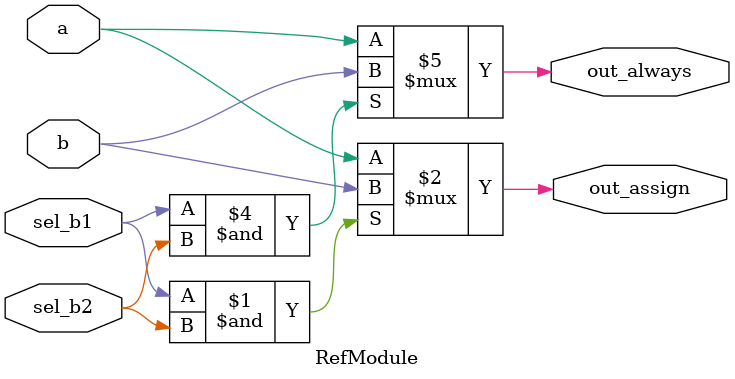
<source format=sv>

module RefModule (
  input a,
  input b,
  input sel_b1,
  input sel_b2,
  output out_assign,
  output reg out_always
);

  assign out_assign = (sel_b1 & sel_b2) ? b : a;
  always @(*) out_always = (sel_b1 & sel_b2) ? b : a;

endmodule


</source>
